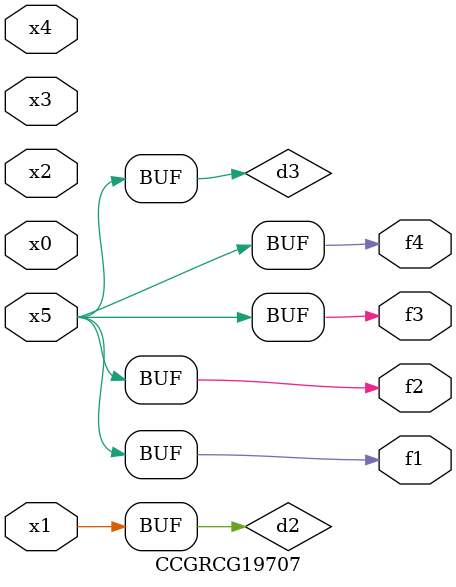
<source format=v>
module CCGRCG19707(
	input x0, x1, x2, x3, x4, x5,
	output f1, f2, f3, f4
);

	wire d1, d2, d3;

	not (d1, x5);
	or (d2, x1);
	xnor (d3, d1);
	assign f1 = d3;
	assign f2 = d3;
	assign f3 = d3;
	assign f4 = d3;
endmodule

</source>
